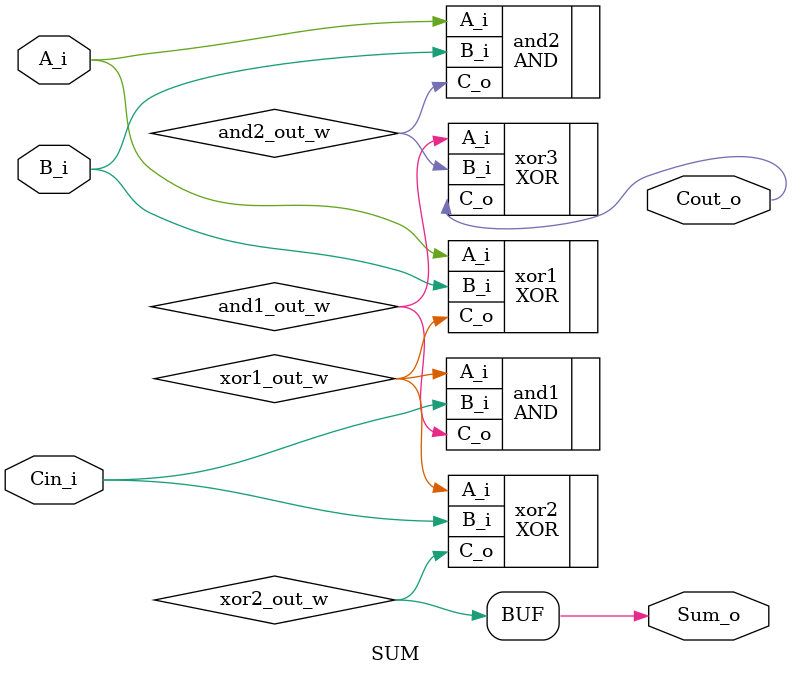
<source format=v>
`timescale 1ns/1ps

module SUM
(
	input wire A_i,
	input wire B_i,
	input wire Cin_i,
	output wire Sum_o,
	output wire Cout_o
);
	wire xor1_out_w, xor2_out_w;

	
	XOR xor1
	(
		.A_i(A_i),
		.B_i(B_i),
		.C_o(xor1_out_w)
	);

	XOR xor2
	(
		.A_i(xor1_out_w),
		.B_i(Cin_i),
		.C_o(xor2_out_w)
	);
	
	assign Sum_o = xor2_out_w;

	wire and1_out_w, and2_out_w;

	AND and1 (
		.A_i(xor1_out_w),
		.B_i(Cin_i),
		.C_o(and1_out_w)
	);

	AND and2 (
		.A_i(A_i),
		.B_i(B_i),
		.C_o(and2_out_w)
	);

	XOR xor3 (
		.A_i(and1_out_w),
		.B_i(and2_out_w),
		.C_o(Cout_o)
	);

		
endmodule



</source>
